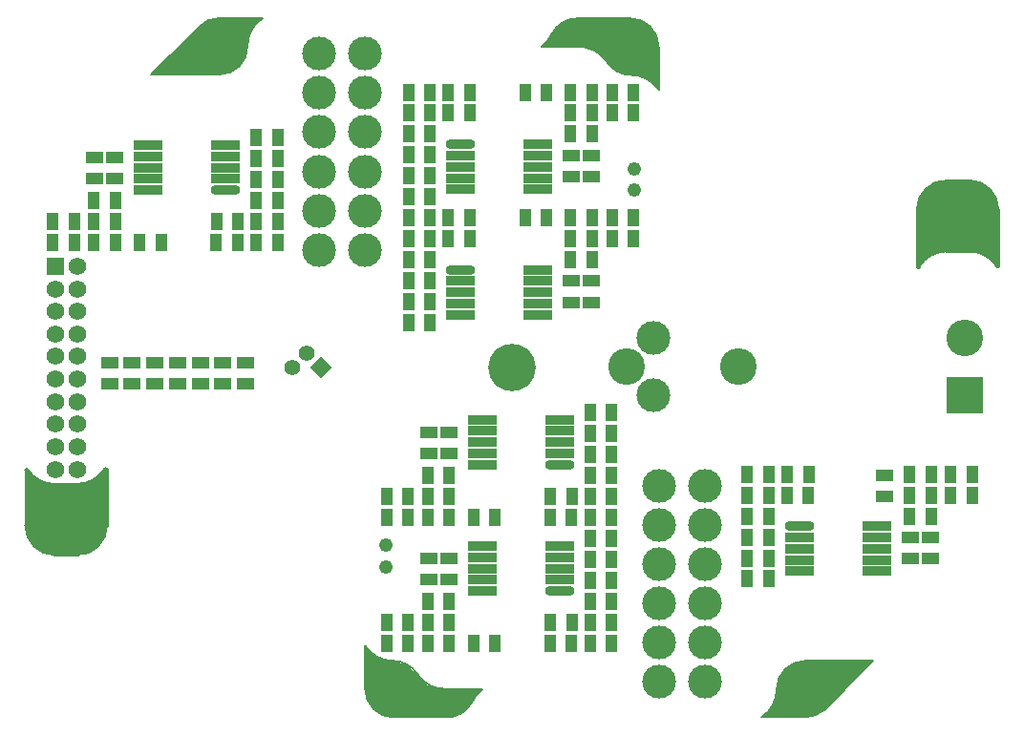
<source format=gts>
G04*
G04 #@! TF.GenerationSoftware,Altium Limited,Altium Designer,20.1.10 (176)*
G04*
G04 Layer_Color=8388736*
%FSAX42Y42*%
%MOMM*%
G71*
G04*
G04 #@! TF.SameCoordinates,9C08BAFA-1892-4BA1-9AB8-C06810583842*
G04*
G04*
G04 #@! TF.FilePolarity,Negative*
G04*
G01*
G75*
%ADD10C,0.20*%
%ADD14C,0.40*%
%ADD15R,1.00X1.50*%
%ADD16R,1.50X1.00*%
%ADD17O,2.62X0.84*%
%ADD18R,2.62X0.84*%
%ADD19C,1.22*%
%ADD20C,1.40*%
%ADD21P,1.98X4X270.0*%
%ADD22C,1.57*%
%ADD23R,1.57X1.57*%
%ADD24C,3.25*%
%ADD25C,3.00*%
%ADD26R,3.25X3.25*%
%ADD27C,3.00*%
%ADD28C,4.20*%
G36*
X003131Y000738D02*
X003131Y000738D01*
X003131Y000738D01*
X003143Y000725D01*
X003169Y000702D01*
X003198Y000682D01*
X003229Y000666D01*
X003245Y000660D01*
Y000660D01*
X003273Y000656D01*
X003329Y000646D01*
X003385Y000634D01*
X003440Y000621D01*
X003468Y000613D01*
X003642Y000439D01*
X003642Y000439D01*
X003655Y000431D01*
X003683Y000417D01*
X003713Y000405D01*
X003743Y000397D01*
X003774Y000391D01*
X003805Y000388D01*
X003837Y000389D01*
X003868Y000392D01*
X003883Y000395D01*
X003883Y000395D01*
X003914Y000396D01*
X003976Y000396D01*
X004038Y000396D01*
X004100Y000395D01*
X004116Y000395D01*
X004120Y000390D01*
X004123Y000382D01*
X004120Y000378D01*
X004115Y000372D01*
X004113Y000369D01*
X004018Y000239D01*
X003956Y000177D01*
X003849Y000145D01*
X003346Y000145D01*
Y000145D01*
X003322Y000145D01*
X003273Y000154D01*
X003228Y000173D01*
X003187Y000200D01*
X003152Y000235D01*
X003125Y000276D01*
X003106Y000322D01*
X003096Y000370D01*
X003096Y000395D01*
X003096Y000760D01*
X003108Y000765D01*
X003131Y000738D01*
D02*
G37*
G36*
X000128Y002297D02*
X000152Y002274D01*
X000177Y002251D01*
X000190Y002241D01*
X000190Y002241D01*
X000209Y002234D01*
X000247Y002222D01*
X000286Y002212D01*
X000325Y002204D01*
X000345Y002202D01*
X000345Y002202D01*
X000379Y002200D01*
X000447Y002200D01*
X000516Y002204D01*
X000583Y002212D01*
X000617Y002218D01*
X000643Y002227D01*
X000694Y002249D01*
X000744Y002273D01*
X000791Y002301D01*
X000803Y002309D01*
X000815Y002303D01*
X000812Y001863D01*
X000812Y001845D01*
X000807Y001810D01*
X000798Y001776D01*
X000785Y001744D01*
X000767Y001714D01*
X000746Y001686D01*
X000721Y001661D01*
X000693Y001640D01*
X000662Y001622D01*
X000630Y001609D01*
X000596Y001600D01*
X000561Y001595D01*
X000544Y001595D01*
X000355D01*
X000355Y001595D01*
X000355Y001595D01*
X000334Y001595D01*
X000293Y001601D01*
X000253Y001613D01*
X000215Y001630D01*
X000180Y001653D01*
X000149Y001681D01*
X000122Y001712D01*
X000099Y001748D01*
X000091Y001767D01*
X000095Y002316D01*
X000099Y002319D01*
X000108Y002320D01*
X000128Y002297D01*
D02*
G37*
G36*
X002174Y006336D02*
X002103Y006266D01*
X002066Y006192D01*
X002052Y006052D01*
X002052Y006052D01*
X002048Y006031D01*
X002032Y005990D01*
X002009Y005952D01*
X001981Y005919D01*
X001947Y005891D01*
X001909Y005870D01*
X001868Y005855D01*
X001824Y005847D01*
X001802Y005847D01*
X001220Y005848D01*
X001215Y005859D01*
X001577Y006227D01*
X001586Y006241D01*
X001608Y006266D01*
X001633Y006289D01*
X001660Y006308D01*
X001689Y006323D01*
X001720Y006335D01*
X001752Y006343D01*
X001785Y006347D01*
X001802Y006347D01*
X002170Y006347D01*
X002174Y006336D01*
D02*
G37*
G36*
X006992Y000643D02*
X007575Y000643D01*
X007580Y000631D01*
X007218Y000263D01*
X007208Y000249D01*
X007187Y000224D01*
X007162Y000202D01*
X007135Y000183D01*
X007105Y000167D01*
X007074Y000155D01*
X007042Y000147D01*
X007009Y000143D01*
X006992Y000143D01*
X006625Y000143D01*
X006620Y000155D01*
X006692Y000225D01*
X006728Y000299D01*
X006743Y000438D01*
X006743Y000438D01*
X006747Y000460D01*
X006763Y000501D01*
X006785Y000538D01*
X006814Y000571D01*
X006848Y000599D01*
X006886Y000621D01*
X006927Y000636D01*
X006970Y000643D01*
X006992Y000643D01*
D02*
G37*
G36*
X008248Y004898D02*
X008437Y004898D01*
X008437Y004898D01*
X008437Y004898D01*
X008457Y004898D01*
X008499Y004892D01*
X008539Y004880D01*
X008577Y004862D01*
X008612Y004839D01*
X008643Y004812D01*
X008670Y004780D01*
X008693Y004745D01*
X008701Y004726D01*
X008697Y004177D01*
X008692Y004174D01*
X008684Y004172D01*
X008664Y004195D01*
X008640Y004219D01*
X008615Y004241D01*
X008602Y004252D01*
X008602Y004252D01*
X008583Y004259D01*
X008545Y004271D01*
X008506Y004281D01*
X008466Y004288D01*
X008447Y004291D01*
X008447Y004291D01*
X008413Y004293D01*
X008344Y004293D01*
X008276Y004289D01*
X008209Y004281D01*
X008175Y004275D01*
X008149Y004265D01*
X008098Y004244D01*
X008048Y004219D01*
X008000Y004191D01*
X007988Y004183D01*
X007977Y004190D01*
X007980Y004630D01*
X007980Y004630D01*
X007980Y004630D01*
X007980Y004647D01*
X007985Y004682D01*
X007994Y004716D01*
X008007Y004749D01*
X008025Y004779D01*
X008046Y004807D01*
X008071Y004832D01*
X008099Y004853D01*
X008130Y004870D01*
X008162Y004884D01*
X008196Y004893D01*
X008231Y004898D01*
X008248Y004898D01*
D02*
G37*
G36*
X005520Y006335D02*
X005566Y006316D01*
X005607Y006289D01*
X005641Y006254D01*
X005669Y006213D01*
X005688Y006167D01*
X005697Y006119D01*
X005697Y006094D01*
X005697Y005729D01*
X005685Y005724D01*
X005662Y005751D01*
X005662D01*
X005662Y005751D01*
X005651Y005764D01*
X005625Y005788D01*
X005596Y005807D01*
X005565Y005823D01*
X005548Y005829D01*
X005520Y005833D01*
X005464Y005843D01*
X005408Y005855D01*
X005353Y005868D01*
X005326Y005876D01*
X005152Y006050D01*
X005152Y006050D01*
X005138Y006058D01*
X005110Y006072D01*
X005081Y006084D01*
X005051Y006092D01*
X005020Y006098D01*
X004988Y006101D01*
X004957Y006100D01*
X004926Y006097D01*
X004910Y006094D01*
X004879Y006094D01*
X004817Y006093D01*
X004755Y006093D01*
X004693Y006094D01*
X004677Y006094D01*
X004673Y006100D01*
X004671Y006107D01*
X004673Y006111D01*
X004678Y006117D01*
X004681Y006120D01*
X004775Y006250D01*
X004837Y006312D01*
X004945Y006344D01*
X005447Y006344D01*
X005447Y006344D01*
Y006344D01*
X005472Y006344D01*
X005520Y006335D01*
D02*
G37*
D10*
X006993Y000645D02*
G03*
X006743Y000395I000000J-000250D01*
G01*
X006993Y000145D02*
G03*
X007170Y000218I000000J000250D01*
G01*
X006609Y000145D02*
G03*
X006743Y000395I-000166J000250D01*
G01*
X003556Y000531D02*
G03*
X003832Y000396I000251J000164D01*
G01*
X004131Y000394D02*
G03*
X004041Y000279I000265J-000300D01*
G01*
X003556Y000531D02*
G03*
X003346Y000645I-000210J-000136D01*
G01*
X003096Y000395D02*
G03*
X003346Y000145I000250J000000D01*
G01*
X003820D02*
G03*
X004041Y000279I000000J000250D01*
G01*
X003096Y000779D02*
G03*
X003346Y000645I000250J000166D01*
G01*
X001802Y005846D02*
G03*
X002052Y006096I000000J000250D01*
G01*
X002186Y006346D02*
G03*
X002052Y006096I000166J-000250D01*
G01*
X001801Y006346D02*
G03*
X001625Y006272I000000J-000250D01*
G01*
X005697Y005710D02*
G03*
X005447Y005844I-000250J-000166D01*
G01*
X004974Y006344D02*
G03*
X004752Y006210I000000J-000250D01*
G01*
X005697Y006094D02*
G03*
X005447Y006344I-000250J000000D01*
G01*
X005238Y005958D02*
G03*
X005447Y005844I000210J000136D01*
G01*
X004662Y006095D02*
G03*
X004752Y006210I-000265J000300D01*
G01*
X005238Y005958D02*
G03*
X004962Y006093I-000251J-000164D01*
G01*
X006993Y000645D02*
X007592D01*
X007170Y000218D02*
X007597Y000646D01*
X006609Y000145D02*
X006993D01*
X003096Y000395D02*
Y000779D01*
X003346Y000145D02*
X003820D01*
X003832Y000396D02*
X004133D01*
X001801Y006346D02*
X002186D01*
X001197Y005845D02*
X001625Y006272D01*
X001203Y005846D02*
X001802D01*
X004661Y006093D02*
X004962D01*
X004974Y006344D02*
X005447D01*
X005697Y005710D02*
Y006094D01*
D14*
X000095Y001847D02*
G03*
X000345Y001597I000250J000000D01*
G01*
X000095Y002336D02*
G03*
X000345Y002202I000250J000166D01*
G01*
X000545Y001597D02*
G03*
X000795Y001847I000000J000250D01*
G01*
X000540Y002202D02*
G03*
X000795Y002344I000000J000300D01*
G01*
X008252Y004291D02*
G03*
X007997Y004149I000000J-000300D01*
G01*
X008247Y004896D02*
G03*
X007997Y004646I000000J-000250D01*
G01*
X008697Y004157D02*
G03*
X008447Y004291I-000250J-000166D01*
G01*
X008697Y004646D02*
G03*
X008447Y004896I-000250J000000D01*
G01*
X000095Y001847D02*
Y002336D01*
X000345Y002202D02*
X000540D01*
X000345Y001597D02*
X000545D01*
X000795Y001847D02*
Y002344D01*
X007997Y004149D02*
Y004646D01*
X008247Y004896D02*
X008447D01*
X008252Y004291D02*
X008447D01*
X008697Y004157D02*
Y004646D01*
D15*
X005280Y001547D02*
D03*
X003286Y002108D02*
D03*
X003476D02*
D03*
X005283Y004577D02*
D03*
X005473D02*
D03*
X008286Y002302D02*
D03*
X008476D02*
D03*
X008111D02*
D03*
X007921D02*
D03*
X006673Y001930D02*
D03*
X006483D02*
D03*
X006837Y002302D02*
D03*
X007027D02*
D03*
X005107Y004577D02*
D03*
X004917D02*
D03*
X003833D02*
D03*
X004023D02*
D03*
X003670Y004205D02*
D03*
X003480D02*
D03*
Y003648D02*
D03*
X003670D02*
D03*
X005473Y004391D02*
D03*
X005283D02*
D03*
X004703Y004577D02*
D03*
X004513D02*
D03*
X004021Y004391D02*
D03*
X003831D02*
D03*
X003669Y003833D02*
D03*
X003479D02*
D03*
X005107Y004205D02*
D03*
X004917D02*
D03*
X003669Y004391D02*
D03*
X003479D02*
D03*
X005107D02*
D03*
X004917D02*
D03*
X003669Y004577D02*
D03*
X003479D02*
D03*
X003480Y004019D02*
D03*
X003670D02*
D03*
X003286Y001922D02*
D03*
X003476D02*
D03*
X003841D02*
D03*
X003651D02*
D03*
X004735D02*
D03*
X004925D02*
D03*
X005279Y002294D02*
D03*
X005089D02*
D03*
Y002852D02*
D03*
X005279D02*
D03*
X004055Y001922D02*
D03*
X004245D02*
D03*
X004738Y002108D02*
D03*
X004928D02*
D03*
X005090Y002666D02*
D03*
X005280D02*
D03*
X003652Y002294D02*
D03*
X003842D02*
D03*
X005090Y002108D02*
D03*
X005280D02*
D03*
X003652D02*
D03*
X003842D02*
D03*
X005090Y001922D02*
D03*
X005280D02*
D03*
X005279Y002480D02*
D03*
X005089D02*
D03*
X000327Y004358D02*
D03*
X000517D02*
D03*
X000882D02*
D03*
X000692D02*
D03*
X001776D02*
D03*
X001966D02*
D03*
X002319Y004730D02*
D03*
X002129D02*
D03*
X002319Y005288D02*
D03*
X002129D02*
D03*
X000516Y004544D02*
D03*
X000326D02*
D03*
X001286Y004358D02*
D03*
X001096D02*
D03*
X001968Y004544D02*
D03*
X001778D02*
D03*
X002130Y005102D02*
D03*
X002320D02*
D03*
X000882Y004730D02*
D03*
X000692D02*
D03*
X002320Y004544D02*
D03*
X002130D02*
D03*
X000882D02*
D03*
X000692D02*
D03*
X002320Y004358D02*
D03*
X002130D02*
D03*
X002129Y004916D02*
D03*
X002319D02*
D03*
X005473Y005690D02*
D03*
X005283D02*
D03*
X004917D02*
D03*
X005107D02*
D03*
X004023D02*
D03*
X003833D02*
D03*
X003480Y005318D02*
D03*
X003670D02*
D03*
Y004761D02*
D03*
X003480D02*
D03*
X005283Y005504D02*
D03*
X005473D02*
D03*
X004513Y005690D02*
D03*
X004703D02*
D03*
X003831Y005504D02*
D03*
X004021D02*
D03*
X003669Y004946D02*
D03*
X003479D02*
D03*
X004917Y005318D02*
D03*
X005107D02*
D03*
X003479Y005504D02*
D03*
X003669D02*
D03*
X004917D02*
D03*
X005107D02*
D03*
X003479Y005690D02*
D03*
X003669D02*
D03*
X003670Y005132D02*
D03*
X003480D02*
D03*
X003477Y000803D02*
D03*
X003287D02*
D03*
X003652D02*
D03*
X003842D02*
D03*
X004926D02*
D03*
X004736D02*
D03*
X005090Y001175D02*
D03*
X005280D02*
D03*
X005090Y001361D02*
D03*
X005280D02*
D03*
X003652Y000989D02*
D03*
X003842D02*
D03*
X004056Y000803D02*
D03*
X004246D02*
D03*
X004738Y000989D02*
D03*
X004928D02*
D03*
X005090Y001547D02*
D03*
X003652Y001175D02*
D03*
X003842D02*
D03*
X003287Y000989D02*
D03*
X003477D02*
D03*
X005090Y000803D02*
D03*
X005280D02*
D03*
X005090Y000989D02*
D03*
X005280D02*
D03*
X005280Y001732D02*
D03*
X005090D02*
D03*
X006673Y001373D02*
D03*
X006483D02*
D03*
X008286Y002116D02*
D03*
X008476D02*
D03*
X006835Y002116D02*
D03*
X007025D02*
D03*
X006483Y001558D02*
D03*
X006673D02*
D03*
X007920Y001930D02*
D03*
X008110D02*
D03*
X006483Y002116D02*
D03*
X006673D02*
D03*
X007920D02*
D03*
X008110D02*
D03*
X006483Y002302D02*
D03*
X006673D02*
D03*
X006673Y001744D02*
D03*
X006483D02*
D03*
D16*
X001231Y003290D02*
D03*
Y003100D02*
D03*
X001432Y003100D02*
D03*
Y003290D02*
D03*
X001633Y003100D02*
D03*
Y003290D02*
D03*
X001834Y003290D02*
D03*
Y003100D02*
D03*
X001030Y003100D02*
D03*
Y003290D02*
D03*
X000829D02*
D03*
Y003100D02*
D03*
X002035Y003100D02*
D03*
Y003290D02*
D03*
X008102Y001740D02*
D03*
Y001550D02*
D03*
X005098Y004015D02*
D03*
Y003825D02*
D03*
X004921Y003825D02*
D03*
Y004015D02*
D03*
X003660Y002675D02*
D03*
Y002485D02*
D03*
X003837Y002485D02*
D03*
Y002675D02*
D03*
X000701Y005110D02*
D03*
Y004920D02*
D03*
X000878Y004920D02*
D03*
Y005110D02*
D03*
X005098Y004938D02*
D03*
Y005128D02*
D03*
X004921Y005128D02*
D03*
Y004938D02*
D03*
X003661Y001365D02*
D03*
Y001555D02*
D03*
X003838Y001365D02*
D03*
Y001555D02*
D03*
X007925Y001740D02*
D03*
Y001550D02*
D03*
X007695Y002294D02*
D03*
Y002104D02*
D03*
D17*
X003939Y004115D02*
D03*
X004820Y002385D02*
D03*
X001860Y004820D02*
D03*
X003939Y005228D02*
D03*
X004820Y001265D02*
D03*
X006943Y001840D02*
D03*
D18*
X003939Y004015D02*
D03*
Y003915D02*
D03*
Y003815D02*
D03*
X004625Y004115D02*
D03*
Y004015D02*
D03*
Y003915D02*
D03*
Y003815D02*
D03*
X003939Y003715D02*
D03*
X004625D02*
D03*
X004134Y002785D02*
D03*
X004820D02*
D03*
X004134Y002685D02*
D03*
Y002585D02*
D03*
Y002485D02*
D03*
Y002385D02*
D03*
X004820Y002685D02*
D03*
Y002585D02*
D03*
Y002485D02*
D03*
X001174Y005220D02*
D03*
X001860D02*
D03*
X001174Y005120D02*
D03*
Y005020D02*
D03*
Y004920D02*
D03*
Y004820D02*
D03*
X001860Y005120D02*
D03*
Y005020D02*
D03*
Y004920D02*
D03*
X004625Y004828D02*
D03*
X003939D02*
D03*
X004625Y004928D02*
D03*
Y005028D02*
D03*
Y005128D02*
D03*
Y005228D02*
D03*
X003939Y004928D02*
D03*
Y005028D02*
D03*
Y005128D02*
D03*
X004134Y001665D02*
D03*
X004820D02*
D03*
X004134Y001565D02*
D03*
Y001465D02*
D03*
Y001365D02*
D03*
Y001265D02*
D03*
X004820Y001565D02*
D03*
Y001465D02*
D03*
Y001365D02*
D03*
X007629Y001440D02*
D03*
X006943D02*
D03*
X007629Y001540D02*
D03*
Y001640D02*
D03*
Y001740D02*
D03*
Y001840D02*
D03*
X006943Y001540D02*
D03*
Y001640D02*
D03*
Y001740D02*
D03*
D19*
X005480Y004820D02*
D03*
Y005010D02*
D03*
X003280Y001670D02*
D03*
Y001480D02*
D03*
D20*
X002446Y003250D02*
D03*
X002573Y003377D02*
D03*
D21*
X002700Y003250D02*
D03*
D22*
X000347Y002345D02*
D03*
X000547D02*
D03*
X000347Y002745D02*
D03*
X000547Y002545D02*
D03*
X000347D02*
D03*
X000547Y002745D02*
D03*
X000347Y003145D02*
D03*
X000547Y002945D02*
D03*
X000347D02*
D03*
X000547Y003145D02*
D03*
Y004145D02*
D03*
X000347Y003945D02*
D03*
X000547D02*
D03*
Y003745D02*
D03*
Y003545D02*
D03*
X000347Y003345D02*
D03*
X000547D02*
D03*
X000347Y003745D02*
D03*
Y003545D02*
D03*
D23*
Y004145D02*
D03*
D24*
X006403Y003254D02*
D03*
X005413D02*
D03*
X008410Y003508D02*
D03*
D25*
X005654D02*
D03*
Y003000D02*
D03*
D26*
X008410D02*
D03*
D27*
X005700Y001852D02*
D03*
Y001157D02*
D03*
Y000462D02*
D03*
Y000810D02*
D03*
Y001505D02*
D03*
X003093Y004987D02*
D03*
Y004638D02*
D03*
Y004290D02*
D03*
Y005335D02*
D03*
Y005683D02*
D03*
X006104Y000462D02*
D03*
Y000810D02*
D03*
Y001157D02*
D03*
Y001505D02*
D03*
Y001852D02*
D03*
Y002200D02*
D03*
X002689Y005683D02*
D03*
Y005335D02*
D03*
Y004987D02*
D03*
X003093Y006031D02*
D03*
X002689Y004290D02*
D03*
Y004638D02*
D03*
Y006031D02*
D03*
X005700Y002200D02*
D03*
D28*
X000397Y001845D02*
D03*
X003347Y000395D02*
D03*
X001800Y006095D02*
D03*
X008397Y004645D02*
D03*
X006993Y000395D02*
D03*
X005447Y006095D02*
D03*
X004397Y003245D02*
D03*
M02*

</source>
